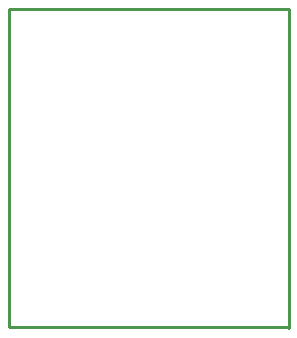
<source format=gm1>
G04*
G04 #@! TF.GenerationSoftware,Altium Limited,Altium Designer,20.0.14 (345)*
G04*
G04 Layer_Color=16711935*
%FSLAX25Y25*%
%MOIN*%
G70*
G01*
G75*
%ADD10C,0.01000*%
D10*
X387500Y217000D02*
Y323000D01*
Y217000D02*
X480500D01*
X481000Y216500D01*
Y323000D01*
X387500D02*
X481000D01*
M02*

</source>
